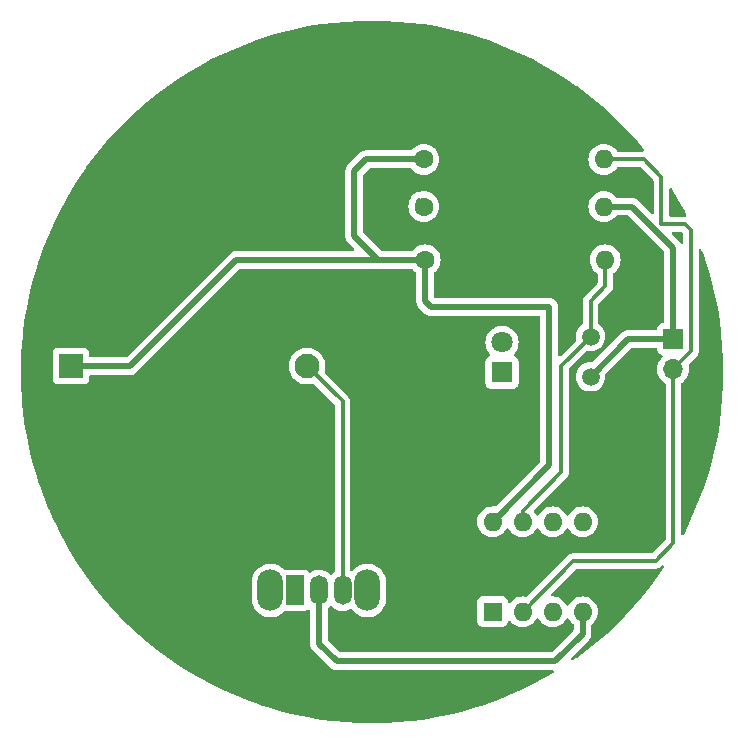
<source format=gbr>
%TF.GenerationSoftware,KiCad,Pcbnew,8.0.4*%
%TF.CreationDate,2024-07-31T01:51:00-07:00*%
%TF.ProjectId,digital,64696769-7461-46c2-9e6b-696361645f70,rev?*%
%TF.SameCoordinates,Original*%
%TF.FileFunction,Copper,L1,Top*%
%TF.FilePolarity,Positive*%
%FSLAX46Y46*%
G04 Gerber Fmt 4.6, Leading zero omitted, Abs format (unit mm)*
G04 Created by KiCad (PCBNEW 8.0.4) date 2024-07-31 01:51:00*
%MOMM*%
%LPD*%
G01*
G04 APERTURE LIST*
%TA.AperFunction,ComponentPad*%
%ADD10C,1.500000*%
%TD*%
%TA.AperFunction,ComponentPad*%
%ADD11R,1.800000X1.800000*%
%TD*%
%TA.AperFunction,ComponentPad*%
%ADD12C,1.800000*%
%TD*%
%TA.AperFunction,ComponentPad*%
%ADD13C,1.600000*%
%TD*%
%TA.AperFunction,ComponentPad*%
%ADD14O,1.600000X1.600000*%
%TD*%
%TA.AperFunction,ComponentPad*%
%ADD15R,2.100000X2.100000*%
%TD*%
%TA.AperFunction,ComponentPad*%
%ADD16C,2.100000*%
%TD*%
%TA.AperFunction,ComponentPad*%
%ADD17R,1.600000X1.600000*%
%TD*%
%TA.AperFunction,ComponentPad*%
%ADD18O,2.200000X3.500000*%
%TD*%
%TA.AperFunction,ComponentPad*%
%ADD19R,1.500000X2.500000*%
%TD*%
%TA.AperFunction,ComponentPad*%
%ADD20O,1.500000X2.500000*%
%TD*%
%TA.AperFunction,ComponentPad*%
%ADD21R,1.700000X1.700000*%
%TD*%
%TA.AperFunction,ComponentPad*%
%ADD22O,1.700000X1.700000*%
%TD*%
%TA.AperFunction,Conductor*%
%ADD23C,0.500000*%
%TD*%
%TA.AperFunction,Conductor*%
%ADD24C,0.300000*%
%TD*%
G04 APERTURE END LIST*
D10*
%TO.P,R3,1*%
%TO.N,/LDR*%
X163000000Y-102000000D03*
%TO.P,R3,2*%
%TO.N,GND*%
X163000000Y-105400000D03*
%TD*%
D11*
%TO.P,D1,1,K*%
%TO.N,Net-(D1-K)*%
X155500000Y-105040000D03*
D12*
%TO.P,D1,2,A*%
%TO.N,/LED*%
X155500000Y-102500000D03*
%TD*%
D13*
%TO.P,R2,1*%
%TO.N,Net-(D1-K)*%
X148880000Y-91000000D03*
D14*
%TO.P,R2,2*%
%TO.N,GND*%
X164120000Y-91000000D03*
%TD*%
D15*
%TO.P,BT1,1,+*%
%TO.N,+3.3V*%
X119000000Y-104500000D03*
D16*
%TO.P,BT1,2,-*%
%TO.N,Net-(BT1--)*%
X139000000Y-104500000D03*
%TD*%
D13*
%TO.P,R4,1*%
%TO.N,+3.3V*%
X148880000Y-87000000D03*
D14*
%TO.P,R4,2*%
%TO.N,/MIC*%
X164120000Y-87000000D03*
%TD*%
D17*
%TO.P,U1,1,~{RESET}/PB5*%
%TO.N,unconnected-(U1-~{RESET}{slash}PB5-Pad1)*%
X154700000Y-125300000D03*
D14*
%TO.P,U1,2,XTAL1/PB3*%
%TO.N,/MIC*%
X157240000Y-125300000D03*
%TO.P,U1,3,XTAL2/PB4*%
%TO.N,unconnected-(U1-XTAL2{slash}PB4-Pad3)*%
X159780000Y-125300000D03*
%TO.P,U1,4,GND*%
%TO.N,GND*%
X162320000Y-125300000D03*
%TO.P,U1,5,AREF/PB0*%
%TO.N,unconnected-(U1-AREF{slash}PB0-Pad5)*%
X162320000Y-117680000D03*
%TO.P,U1,6,PB1*%
%TO.N,/LED*%
X159780000Y-117680000D03*
%TO.P,U1,7,PB2*%
%TO.N,/LDR*%
X157240000Y-117680000D03*
%TO.P,U1,8,VCC*%
%TO.N,+3.3V*%
X154700000Y-117680000D03*
%TD*%
D18*
%TO.P,SW2,*%
%TO.N,*%
X135900000Y-123500000D03*
X144100000Y-123500000D03*
D19*
%TO.P,SW2,1,A*%
%TO.N,unconnected-(SW2-A-Pad1)*%
X138000000Y-123500000D03*
D20*
%TO.P,SW2,2,B*%
%TO.N,GND*%
X140000000Y-123500000D03*
%TO.P,SW2,3,C*%
%TO.N,Net-(BT1--)*%
X142000000Y-123500000D03*
%TD*%
D21*
%TO.P,MK1,1,-*%
%TO.N,GND*%
X170000000Y-102225000D03*
D22*
%TO.P,MK1,2,+*%
%TO.N,/MIC*%
X170000000Y-104765000D03*
%TD*%
D13*
%TO.P,R1,1*%
%TO.N,+3.3V*%
X149000000Y-95500000D03*
D14*
%TO.P,R1,2*%
%TO.N,/LDR*%
X164240000Y-95500000D03*
%TD*%
D23*
%TO.N,GND*%
X162320000Y-127180000D02*
X162320000Y-125300000D01*
X160000000Y-129500000D02*
X162320000Y-127180000D01*
X141500000Y-129500000D02*
X160000000Y-129500000D01*
X140000000Y-123500000D02*
X140000000Y-128000000D01*
X140000000Y-128000000D02*
X141500000Y-129500000D01*
D24*
%TO.N,Net-(BT1--)*%
X142000000Y-107500000D02*
X142000000Y-123500000D01*
X139000000Y-104500000D02*
X142000000Y-107500000D01*
%TO.N,/MIC*%
X170000000Y-119500000D02*
X168500000Y-121000000D01*
X168500000Y-121000000D02*
X161540000Y-121000000D01*
X161540000Y-121000000D02*
X157240000Y-125300000D01*
X170000000Y-104765000D02*
X170000000Y-119500000D01*
D23*
%TO.N,+3.3V*%
X159500000Y-112880000D02*
X154700000Y-117680000D01*
X159500000Y-99500000D02*
X159500000Y-112880000D01*
X149500000Y-99500000D02*
X159500000Y-99500000D01*
X149000000Y-95500000D02*
X149000000Y-99000000D01*
X149000000Y-99000000D02*
X149500000Y-99500000D01*
D24*
%TO.N,/LDR*%
X157240000Y-116760000D02*
X157240000Y-117680000D01*
X160500000Y-113500000D02*
X157240000Y-116760000D01*
X163000000Y-102000000D02*
X160500000Y-104500000D01*
X160500000Y-104500000D02*
X160500000Y-113500000D01*
X163000000Y-99000000D02*
X163000000Y-102000000D01*
X164240000Y-97760000D02*
X163000000Y-99000000D01*
X164240000Y-95500000D02*
X164240000Y-97760000D01*
D23*
%TO.N,GND*%
X166175000Y-102225000D02*
X163000000Y-105400000D01*
X170000000Y-102225000D02*
X166175000Y-102225000D01*
X170000000Y-94500000D02*
X170000000Y-102225000D01*
X166500000Y-91000000D02*
X170000000Y-94500000D01*
X164120000Y-91000000D02*
X166500000Y-91000000D01*
D24*
%TO.N,/MIC*%
X171500000Y-103265000D02*
X170000000Y-104765000D01*
X171500000Y-93000000D02*
X171500000Y-103265000D01*
X169000000Y-88500000D02*
X169000000Y-92500000D01*
X171000000Y-92500000D02*
X171500000Y-93000000D01*
X169000000Y-92500000D02*
X171000000Y-92500000D01*
X167500000Y-87000000D02*
X169000000Y-88500000D01*
X164120000Y-87000000D02*
X167500000Y-87000000D01*
D23*
%TO.N,+3.3V*%
X145000000Y-95500000D02*
X149000000Y-95500000D01*
X143000000Y-93500000D02*
X145000000Y-95500000D01*
X143000000Y-88000000D02*
X143000000Y-93500000D01*
X144000000Y-87000000D02*
X143000000Y-88000000D01*
X148880000Y-87000000D02*
X144000000Y-87000000D01*
X133000000Y-95500000D02*
X149000000Y-95500000D01*
X124000000Y-104500000D02*
X133000000Y-95500000D01*
X119000000Y-104500000D02*
X124000000Y-104500000D01*
%TO.N,Net-(D1-K)*%
X148500000Y-90500000D02*
X148500000Y-90550000D01*
%TD*%
%TA.AperFunction,NonConductor*%
G36*
X169855703Y-89451889D02*
G01*
X169879149Y-89479085D01*
X169892694Y-89500395D01*
X169895053Y-89504259D01*
X170441835Y-90438135D01*
X170444052Y-90442085D01*
X170956363Y-91395311D01*
X170958434Y-91399339D01*
X170981596Y-91446488D01*
X171082915Y-91652734D01*
X171091803Y-91670825D01*
X171103694Y-91739676D01*
X171076475Y-91804025D01*
X171018786Y-91843444D01*
X170980507Y-91849500D01*
X169774500Y-91849500D01*
X169707461Y-91829815D01*
X169661706Y-91777011D01*
X169650500Y-91725500D01*
X169650500Y-89545602D01*
X169670185Y-89478563D01*
X169722989Y-89432808D01*
X169792147Y-89422864D01*
X169855703Y-89451889D01*
G37*
%TD.AperFunction*%
%TA.AperFunction,NonConductor*%
G36*
X170746231Y-93170185D02*
G01*
X170766873Y-93186819D01*
X170813181Y-93233127D01*
X170846666Y-93294450D01*
X170849500Y-93320808D01*
X170849500Y-94011729D01*
X170829815Y-94078768D01*
X170777011Y-94124523D01*
X170707853Y-94134467D01*
X170644297Y-94105442D01*
X170622398Y-94080620D01*
X170582952Y-94021585D01*
X170539781Y-93978414D01*
X170478416Y-93917049D01*
X169923548Y-93362181D01*
X169890063Y-93300858D01*
X169895047Y-93231166D01*
X169936919Y-93175233D01*
X170002383Y-93150816D01*
X170011229Y-93150500D01*
X170679192Y-93150500D01*
X170746231Y-93170185D01*
G37*
%TD.AperFunction*%
%TA.AperFunction,NonConductor*%
G36*
X172355703Y-94610396D02*
G01*
X172391107Y-94661933D01*
X172483377Y-94917052D01*
X172655287Y-95392371D01*
X172656749Y-95396658D01*
X172987388Y-96427051D01*
X172988693Y-96431388D01*
X173281484Y-97473189D01*
X173282630Y-97477572D01*
X173537177Y-98529367D01*
X173538162Y-98533788D01*
X173754129Y-99594203D01*
X173754951Y-99598657D01*
X173932037Y-100666198D01*
X173932697Y-100670679D01*
X174070684Y-101744031D01*
X174071179Y-101748533D01*
X174169869Y-102826165D01*
X174170200Y-102830683D01*
X174229469Y-103911239D01*
X174229634Y-103915765D01*
X174249398Y-104997735D01*
X174249398Y-105002265D01*
X174229634Y-106084234D01*
X174229469Y-106088760D01*
X174170200Y-107169316D01*
X174169869Y-107173834D01*
X174071179Y-108251466D01*
X174070684Y-108255968D01*
X173932697Y-109329320D01*
X173932037Y-109333801D01*
X173754951Y-110401342D01*
X173754129Y-110405796D01*
X173538162Y-111466211D01*
X173537177Y-111470632D01*
X173282630Y-112522427D01*
X173281484Y-112526810D01*
X172988693Y-113568611D01*
X172987388Y-113572948D01*
X172656749Y-114603341D01*
X172655287Y-114607628D01*
X172287228Y-115625283D01*
X172285610Y-115629513D01*
X171880624Y-116633063D01*
X171878852Y-116637232D01*
X171437506Y-117625270D01*
X171435584Y-117629371D01*
X170958424Y-118600681D01*
X170956352Y-118604710D01*
X170883724Y-118739844D01*
X170834648Y-118789576D01*
X170766475Y-118804881D01*
X170700850Y-118780899D01*
X170658609Y-118725245D01*
X170650500Y-118681141D01*
X170650500Y-106022722D01*
X170670185Y-105955683D01*
X170703377Y-105921147D01*
X170834503Y-105829331D01*
X170871401Y-105803495D01*
X171038495Y-105636401D01*
X171174035Y-105442830D01*
X171273903Y-105228663D01*
X171335063Y-105000408D01*
X171355659Y-104765000D01*
X171335063Y-104529592D01*
X171315614Y-104457007D01*
X171317277Y-104387162D01*
X171347706Y-104337238D01*
X172005276Y-103679670D01*
X172067983Y-103585821D01*
X172076464Y-103573129D01*
X172082341Y-103558941D01*
X172125501Y-103454744D01*
X172129669Y-103433789D01*
X172150500Y-103329069D01*
X172150500Y-94704109D01*
X172170185Y-94637070D01*
X172222989Y-94591315D01*
X172292147Y-94581371D01*
X172355703Y-94610396D01*
G37*
%TD.AperFunction*%
%TA.AperFunction,NonConductor*%
G36*
X169159447Y-121363012D02*
G01*
X169215381Y-121404883D01*
X169239798Y-121470347D01*
X169224946Y-121538620D01*
X169218263Y-121549491D01*
X168696184Y-122308130D01*
X168693548Y-122311813D01*
X168047931Y-123180253D01*
X168045163Y-123183838D01*
X167368248Y-124028134D01*
X167365351Y-124031616D01*
X166658025Y-124850658D01*
X166655002Y-124854031D01*
X165918267Y-125646659D01*
X165915123Y-125649920D01*
X165149920Y-126415123D01*
X165146659Y-126418267D01*
X164354031Y-127155002D01*
X164350658Y-127158025D01*
X163531616Y-127865351D01*
X163528134Y-127868248D01*
X162683838Y-128545163D01*
X162680253Y-128547931D01*
X161811813Y-129193548D01*
X161808130Y-129196184D01*
X161503023Y-129406152D01*
X161436637Y-129427941D01*
X161369010Y-129410381D01*
X161321613Y-129359047D01*
X161309493Y-129290236D01*
X161336498Y-129225797D01*
X161345039Y-129216328D01*
X162902951Y-127658416D01*
X162985084Y-127535495D01*
X163041658Y-127398913D01*
X163054388Y-127334916D01*
X163070500Y-127253918D01*
X163070500Y-126426662D01*
X163090185Y-126359623D01*
X163123379Y-126325086D01*
X163159140Y-126300046D01*
X163320045Y-126139141D01*
X163320047Y-126139139D01*
X163450568Y-125952734D01*
X163546739Y-125746496D01*
X163605635Y-125526692D01*
X163625468Y-125300000D01*
X163623625Y-125278939D01*
X163616077Y-125192657D01*
X163605635Y-125073308D01*
X163546739Y-124853504D01*
X163450568Y-124647266D01*
X163320047Y-124460861D01*
X163320045Y-124460858D01*
X163159141Y-124299954D01*
X162972734Y-124169432D01*
X162972732Y-124169431D01*
X162766497Y-124073261D01*
X162766488Y-124073258D01*
X162546697Y-124014366D01*
X162546693Y-124014365D01*
X162546692Y-124014365D01*
X162546691Y-124014364D01*
X162546686Y-124014364D01*
X162320002Y-123994532D01*
X162319998Y-123994532D01*
X162093313Y-124014364D01*
X162093302Y-124014366D01*
X161873511Y-124073258D01*
X161873502Y-124073261D01*
X161667267Y-124169431D01*
X161667265Y-124169432D01*
X161480858Y-124299954D01*
X161319954Y-124460858D01*
X161189432Y-124647265D01*
X161189431Y-124647267D01*
X161162382Y-124705275D01*
X161116209Y-124757714D01*
X161049016Y-124776866D01*
X160982135Y-124756650D01*
X160937618Y-124705275D01*
X160910568Y-124647267D01*
X160910567Y-124647265D01*
X160780045Y-124460858D01*
X160619141Y-124299954D01*
X160432734Y-124169432D01*
X160432732Y-124169431D01*
X160226497Y-124073261D01*
X160226488Y-124073258D01*
X160006697Y-124014366D01*
X160006693Y-124014365D01*
X160006692Y-124014365D01*
X160006691Y-124014364D01*
X160006686Y-124014364D01*
X159780002Y-123994532D01*
X159779999Y-123994532D01*
X159774634Y-123995001D01*
X159706134Y-123981230D01*
X159655955Y-123932611D01*
X159640026Y-123864582D01*
X159663405Y-123798740D01*
X159676146Y-123783798D01*
X161773127Y-121686819D01*
X161834450Y-121653334D01*
X161860808Y-121650500D01*
X168564071Y-121650500D01*
X168671143Y-121629201D01*
X168689744Y-121625501D01*
X168808127Y-121576465D01*
X168914669Y-121505277D01*
X169028433Y-121391511D01*
X169089755Y-121358028D01*
X169159447Y-121363012D01*
G37*
%TD.AperFunction*%
%TA.AperFunction,NonConductor*%
G36*
X145584257Y-75270365D02*
G01*
X145588737Y-75270529D01*
X146669335Y-75329800D01*
X146673815Y-75330128D01*
X147751492Y-75428822D01*
X147755943Y-75429312D01*
X148691116Y-75549535D01*
X148829320Y-75567302D01*
X148833801Y-75567962D01*
X148871545Y-75574223D01*
X149901356Y-75745050D01*
X149905782Y-75745867D01*
X150966257Y-75961847D01*
X150970586Y-75962811D01*
X152022468Y-76217379D01*
X152026769Y-76218504D01*
X153068633Y-76511312D01*
X153072926Y-76512604D01*
X154103374Y-76843261D01*
X154107595Y-76844701D01*
X155125305Y-77212779D01*
X155129511Y-77214388D01*
X156133081Y-77619382D01*
X156137195Y-77621131D01*
X157125285Y-78062500D01*
X157129356Y-78064408D01*
X157545855Y-78269015D01*
X158100659Y-78541565D01*
X158104688Y-78543636D01*
X159057914Y-79055947D01*
X159061864Y-79058164D01*
X159995755Y-79604955D01*
X159999592Y-79607297D01*
X160912859Y-80187810D01*
X160916637Y-80190309D01*
X161808130Y-80803815D01*
X161811813Y-80806451D01*
X162680253Y-81452068D01*
X162683838Y-81454836D01*
X163528134Y-82131751D01*
X163531616Y-82134648D01*
X164350658Y-82841974D01*
X164354031Y-82844997D01*
X165146659Y-83581732D01*
X165149920Y-83584876D01*
X165915123Y-84350079D01*
X165918267Y-84353340D01*
X166655002Y-85145968D01*
X166658025Y-85149341D01*
X167365351Y-85968383D01*
X167368234Y-85971848D01*
X167509414Y-86147936D01*
X167535990Y-86212552D01*
X167523413Y-86281280D01*
X167475676Y-86332299D01*
X167412668Y-86349500D01*
X165316683Y-86349500D01*
X165249644Y-86329815D01*
X165215108Y-86296623D01*
X165120045Y-86160858D01*
X164959141Y-85999954D01*
X164772734Y-85869432D01*
X164772732Y-85869431D01*
X164566497Y-85773261D01*
X164566488Y-85773258D01*
X164346697Y-85714366D01*
X164346693Y-85714365D01*
X164346692Y-85714365D01*
X164346691Y-85714364D01*
X164346686Y-85714364D01*
X164120002Y-85694532D01*
X164119998Y-85694532D01*
X163893313Y-85714364D01*
X163893302Y-85714366D01*
X163673511Y-85773258D01*
X163673502Y-85773261D01*
X163467267Y-85869431D01*
X163467265Y-85869432D01*
X163280858Y-85999954D01*
X163119954Y-86160858D01*
X162989432Y-86347265D01*
X162989431Y-86347267D01*
X162893261Y-86553502D01*
X162893258Y-86553511D01*
X162834366Y-86773302D01*
X162834364Y-86773313D01*
X162814532Y-86999998D01*
X162814532Y-87000001D01*
X162834364Y-87226686D01*
X162834366Y-87226697D01*
X162893258Y-87446488D01*
X162893261Y-87446497D01*
X162989431Y-87652732D01*
X162989432Y-87652734D01*
X163119954Y-87839141D01*
X163280858Y-88000045D01*
X163280861Y-88000047D01*
X163467266Y-88130568D01*
X163673504Y-88226739D01*
X163893308Y-88285635D01*
X164055230Y-88299801D01*
X164119998Y-88305468D01*
X164120000Y-88305468D01*
X164120002Y-88305468D01*
X164176673Y-88300509D01*
X164346692Y-88285635D01*
X164566496Y-88226739D01*
X164772734Y-88130568D01*
X164959139Y-88000047D01*
X165120047Y-87839139D01*
X165215108Y-87703377D01*
X165269685Y-87659752D01*
X165316683Y-87650500D01*
X167179192Y-87650500D01*
X167246231Y-87670185D01*
X167266873Y-87686819D01*
X168313181Y-88733127D01*
X168346666Y-88794450D01*
X168349500Y-88820808D01*
X168349500Y-91488769D01*
X168329815Y-91555808D01*
X168277011Y-91601563D01*
X168207853Y-91611507D01*
X168144297Y-91582482D01*
X168137819Y-91576450D01*
X166978420Y-90417051D01*
X166874828Y-90347834D01*
X166874828Y-90347833D01*
X166855495Y-90334916D01*
X166855490Y-90334913D01*
X166718917Y-90278343D01*
X166718907Y-90278340D01*
X166573920Y-90249500D01*
X166573918Y-90249500D01*
X165246663Y-90249500D01*
X165179624Y-90229815D01*
X165145088Y-90196623D01*
X165120045Y-90160858D01*
X164959141Y-89999954D01*
X164772734Y-89869432D01*
X164772732Y-89869431D01*
X164566497Y-89773261D01*
X164566488Y-89773258D01*
X164346697Y-89714366D01*
X164346693Y-89714365D01*
X164346692Y-89714365D01*
X164346691Y-89714364D01*
X164346686Y-89714364D01*
X164120002Y-89694532D01*
X164119998Y-89694532D01*
X163893313Y-89714364D01*
X163893302Y-89714366D01*
X163673511Y-89773258D01*
X163673502Y-89773261D01*
X163467267Y-89869431D01*
X163467265Y-89869432D01*
X163280858Y-89999954D01*
X163119954Y-90160858D01*
X162989432Y-90347265D01*
X162989431Y-90347267D01*
X162893261Y-90553502D01*
X162893258Y-90553511D01*
X162834366Y-90773302D01*
X162834364Y-90773313D01*
X162814532Y-90999998D01*
X162814532Y-91000001D01*
X162834364Y-91226686D01*
X162834366Y-91226697D01*
X162893258Y-91446488D01*
X162893261Y-91446497D01*
X162989431Y-91652732D01*
X162989432Y-91652734D01*
X163119954Y-91839141D01*
X163280858Y-92000045D01*
X163280861Y-92000047D01*
X163467266Y-92130568D01*
X163673504Y-92226739D01*
X163893308Y-92285635D01*
X164055230Y-92299801D01*
X164119998Y-92305468D01*
X164120000Y-92305468D01*
X164120002Y-92305468D01*
X164176673Y-92300509D01*
X164346692Y-92285635D01*
X164566496Y-92226739D01*
X164772734Y-92130568D01*
X164959139Y-92000047D01*
X165120047Y-91839139D01*
X165145088Y-91803377D01*
X165199665Y-91759752D01*
X165246663Y-91750500D01*
X166137770Y-91750500D01*
X166204809Y-91770185D01*
X166225451Y-91786819D01*
X169213181Y-94774548D01*
X169246666Y-94835871D01*
X169249500Y-94862229D01*
X169249500Y-100750500D01*
X169229815Y-100817539D01*
X169177011Y-100863294D01*
X169125505Y-100874500D01*
X169102132Y-100874500D01*
X169102123Y-100874501D01*
X169042516Y-100880908D01*
X168907671Y-100931202D01*
X168907664Y-100931206D01*
X168792455Y-101017452D01*
X168792452Y-101017455D01*
X168706206Y-101132664D01*
X168706202Y-101132671D01*
X168655908Y-101267517D01*
X168649501Y-101327116D01*
X168649500Y-101327135D01*
X168649500Y-101350500D01*
X168629815Y-101417539D01*
X168577011Y-101463294D01*
X168525500Y-101474500D01*
X166101080Y-101474500D01*
X165956092Y-101503340D01*
X165956082Y-101503343D01*
X165819509Y-101559913D01*
X165781469Y-101585331D01*
X165696582Y-101642049D01*
X165696581Y-101642050D01*
X163219195Y-104119435D01*
X163157872Y-104152920D01*
X163120708Y-104155282D01*
X163000004Y-104144723D01*
X162999998Y-104144723D01*
X162854682Y-104157436D01*
X162782023Y-104163793D01*
X162782020Y-104163793D01*
X162570677Y-104220422D01*
X162570668Y-104220426D01*
X162372361Y-104312898D01*
X162372357Y-104312900D01*
X162193121Y-104438402D01*
X162038402Y-104593121D01*
X161912900Y-104772357D01*
X161912898Y-104772361D01*
X161820426Y-104970668D01*
X161820422Y-104970677D01*
X161763793Y-105182020D01*
X161763793Y-105182023D01*
X161744723Y-105400000D01*
X161762034Y-105597876D01*
X161763793Y-105617975D01*
X161763793Y-105617979D01*
X161820422Y-105829322D01*
X161820424Y-105829326D01*
X161820425Y-105829330D01*
X161846747Y-105885777D01*
X161912897Y-106027638D01*
X161924418Y-106044091D01*
X162038402Y-106206877D01*
X162193123Y-106361598D01*
X162372361Y-106487102D01*
X162570670Y-106579575D01*
X162782023Y-106636207D01*
X162964926Y-106652208D01*
X162999998Y-106655277D01*
X163000000Y-106655277D01*
X163000002Y-106655277D01*
X163028254Y-106652805D01*
X163217977Y-106636207D01*
X163429330Y-106579575D01*
X163627639Y-106487102D01*
X163806877Y-106361598D01*
X163961598Y-106206877D01*
X164087102Y-106027639D01*
X164179575Y-105829330D01*
X164236207Y-105617977D01*
X164255277Y-105400000D01*
X164244716Y-105279290D01*
X164258482Y-105210792D01*
X164280560Y-105180806D01*
X166449549Y-103011819D01*
X166510872Y-102978334D01*
X166537230Y-102975500D01*
X168525501Y-102975500D01*
X168592540Y-102995185D01*
X168638295Y-103047989D01*
X168649501Y-103099500D01*
X168649501Y-103122876D01*
X168655908Y-103182483D01*
X168706202Y-103317328D01*
X168706206Y-103317335D01*
X168792452Y-103432544D01*
X168792455Y-103432547D01*
X168907664Y-103518793D01*
X168907671Y-103518797D01*
X169039081Y-103567810D01*
X169095015Y-103609681D01*
X169119432Y-103675145D01*
X169104580Y-103743418D01*
X169083430Y-103771673D01*
X168961503Y-103893600D01*
X168825965Y-104087169D01*
X168825964Y-104087171D01*
X168726098Y-104301335D01*
X168726094Y-104301344D01*
X168664938Y-104529586D01*
X168664936Y-104529596D01*
X168644341Y-104764999D01*
X168644341Y-104765000D01*
X168664936Y-105000403D01*
X168664938Y-105000413D01*
X168726094Y-105228655D01*
X168726096Y-105228659D01*
X168726097Y-105228663D01*
X168794102Y-105374500D01*
X168825965Y-105442830D01*
X168825967Y-105442834D01*
X168961501Y-105636395D01*
X168961506Y-105636402D01*
X169128597Y-105803493D01*
X169128603Y-105803498D01*
X169296623Y-105921147D01*
X169340248Y-105975724D01*
X169349500Y-106022722D01*
X169349500Y-119179192D01*
X169329815Y-119246231D01*
X169313181Y-119266873D01*
X168266873Y-120313181D01*
X168205550Y-120346666D01*
X168179192Y-120349500D01*
X161475929Y-120349500D01*
X161350261Y-120374497D01*
X161350255Y-120374499D01*
X161231870Y-120423535D01*
X161125331Y-120494722D01*
X161125324Y-120494728D01*
X157626937Y-123993115D01*
X157565614Y-124026600D01*
X157507163Y-124025209D01*
X157466697Y-124014366D01*
X157466693Y-124014365D01*
X157466692Y-124014365D01*
X157466691Y-124014364D01*
X157466686Y-124014364D01*
X157240002Y-123994532D01*
X157239998Y-123994532D01*
X157013313Y-124014364D01*
X157013302Y-124014366D01*
X156793511Y-124073258D01*
X156793502Y-124073261D01*
X156587267Y-124169431D01*
X156587265Y-124169432D01*
X156400858Y-124299954D01*
X156239954Y-124460858D01*
X156222725Y-124485464D01*
X156168147Y-124529088D01*
X156098648Y-124536280D01*
X156036294Y-124504757D01*
X156000882Y-124444526D01*
X155997861Y-124427591D01*
X155994091Y-124392516D01*
X155943797Y-124257671D01*
X155943793Y-124257664D01*
X155857547Y-124142455D01*
X155857544Y-124142452D01*
X155742335Y-124056206D01*
X155742328Y-124056202D01*
X155607482Y-124005908D01*
X155607483Y-124005908D01*
X155547883Y-123999501D01*
X155547881Y-123999500D01*
X155547873Y-123999500D01*
X155547864Y-123999500D01*
X153852129Y-123999500D01*
X153852123Y-123999501D01*
X153792516Y-124005908D01*
X153657671Y-124056202D01*
X153657664Y-124056206D01*
X153542455Y-124142452D01*
X153542452Y-124142455D01*
X153456206Y-124257664D01*
X153456202Y-124257671D01*
X153405908Y-124392517D01*
X153399501Y-124452116D01*
X153399500Y-124452135D01*
X153399500Y-126147870D01*
X153399501Y-126147876D01*
X153405908Y-126207483D01*
X153456202Y-126342328D01*
X153456206Y-126342335D01*
X153542452Y-126457544D01*
X153542455Y-126457547D01*
X153657664Y-126543793D01*
X153657671Y-126543797D01*
X153792517Y-126594091D01*
X153792516Y-126594091D01*
X153799444Y-126594835D01*
X153852127Y-126600500D01*
X155547872Y-126600499D01*
X155607483Y-126594091D01*
X155742331Y-126543796D01*
X155857546Y-126457546D01*
X155943796Y-126342331D01*
X155994091Y-126207483D01*
X155997862Y-126172401D01*
X156024599Y-126107855D01*
X156081990Y-126068006D01*
X156151816Y-126065511D01*
X156211905Y-126101163D01*
X156222726Y-126114536D01*
X156239956Y-126139143D01*
X156400858Y-126300045D01*
X156400861Y-126300047D01*
X156587266Y-126430568D01*
X156793504Y-126526739D01*
X157013308Y-126585635D01*
X157175230Y-126599801D01*
X157239998Y-126605468D01*
X157240000Y-126605468D01*
X157240002Y-126605468D01*
X157296807Y-126600498D01*
X157466692Y-126585635D01*
X157686496Y-126526739D01*
X157892734Y-126430568D01*
X158079139Y-126300047D01*
X158240047Y-126139139D01*
X158370568Y-125952734D01*
X158397618Y-125894724D01*
X158443790Y-125842285D01*
X158510983Y-125823133D01*
X158577865Y-125843348D01*
X158622382Y-125894725D01*
X158649429Y-125952728D01*
X158649432Y-125952734D01*
X158779954Y-126139141D01*
X158940858Y-126300045D01*
X158940861Y-126300047D01*
X159127266Y-126430568D01*
X159333504Y-126526739D01*
X159553308Y-126585635D01*
X159715230Y-126599801D01*
X159779998Y-126605468D01*
X159780000Y-126605468D01*
X159780002Y-126605468D01*
X159836807Y-126600498D01*
X160006692Y-126585635D01*
X160226496Y-126526739D01*
X160432734Y-126430568D01*
X160619139Y-126300047D01*
X160780047Y-126139139D01*
X160910568Y-125952734D01*
X160937618Y-125894724D01*
X160983790Y-125842285D01*
X161050983Y-125823133D01*
X161117865Y-125843348D01*
X161162382Y-125894725D01*
X161189429Y-125952728D01*
X161189432Y-125952734D01*
X161319954Y-126139141D01*
X161480859Y-126300046D01*
X161516621Y-126325086D01*
X161560247Y-126379662D01*
X161569500Y-126426662D01*
X161569500Y-126817770D01*
X161549815Y-126884809D01*
X161533181Y-126905451D01*
X159725451Y-128713181D01*
X159664128Y-128746666D01*
X159637770Y-128749500D01*
X141862229Y-128749500D01*
X141795190Y-128729815D01*
X141774548Y-128713181D01*
X140786819Y-127725451D01*
X140753334Y-127664128D01*
X140750500Y-127637770D01*
X140750500Y-125063613D01*
X140770185Y-124996574D01*
X140801613Y-124963296D01*
X140814646Y-124953828D01*
X140912319Y-124856155D01*
X140973642Y-124822670D01*
X141043334Y-124827654D01*
X141087681Y-124856155D01*
X141185354Y-124953828D01*
X141344595Y-125069524D01*
X141414704Y-125105246D01*
X141519970Y-125158882D01*
X141519972Y-125158882D01*
X141519975Y-125158884D01*
X141620317Y-125191487D01*
X141707173Y-125219709D01*
X141901578Y-125250500D01*
X141901583Y-125250500D01*
X142098422Y-125250500D01*
X142292826Y-125219709D01*
X142372574Y-125193797D01*
X142480025Y-125158884D01*
X142655405Y-125069524D01*
X142655409Y-125069520D01*
X142659087Y-125067647D01*
X142727756Y-125054751D01*
X142792497Y-125081027D01*
X142815699Y-125105245D01*
X142879207Y-125192656D01*
X142879209Y-125192658D01*
X143057345Y-125370794D01*
X143057350Y-125370798D01*
X143235117Y-125499952D01*
X143261155Y-125518870D01*
X143391025Y-125585042D01*
X143485616Y-125633239D01*
X143485618Y-125633239D01*
X143485621Y-125633241D01*
X143725215Y-125711090D01*
X143974038Y-125750500D01*
X143974039Y-125750500D01*
X144225961Y-125750500D01*
X144225962Y-125750500D01*
X144474785Y-125711090D01*
X144714379Y-125633241D01*
X144938845Y-125518870D01*
X145142656Y-125370793D01*
X145320793Y-125192656D01*
X145468870Y-124988845D01*
X145583241Y-124764379D01*
X145661090Y-124524785D01*
X145700500Y-124275962D01*
X145700500Y-122724038D01*
X145661090Y-122475215D01*
X145583241Y-122235621D01*
X145583239Y-122235618D01*
X145583239Y-122235616D01*
X145536479Y-122143845D01*
X145468870Y-122011155D01*
X145446426Y-121980263D01*
X145320798Y-121807350D01*
X145320794Y-121807345D01*
X145142654Y-121629205D01*
X145142649Y-121629201D01*
X144938848Y-121481132D01*
X144938847Y-121481131D01*
X144938845Y-121481130D01*
X144868747Y-121445413D01*
X144714383Y-121366760D01*
X144474785Y-121288910D01*
X144225962Y-121249500D01*
X143974038Y-121249500D01*
X143849626Y-121269205D01*
X143725214Y-121288910D01*
X143485616Y-121366760D01*
X143261151Y-121481132D01*
X143057350Y-121629201D01*
X143057345Y-121629205D01*
X142879206Y-121807344D01*
X142874815Y-121813389D01*
X142819483Y-121856052D01*
X142749870Y-121862028D01*
X142688076Y-121829420D01*
X142653721Y-121768579D01*
X142650500Y-121740499D01*
X142650500Y-107435928D01*
X142625502Y-107310261D01*
X142625501Y-107310260D01*
X142625501Y-107310256D01*
X142576465Y-107191873D01*
X142562899Y-107171570D01*
X142505277Y-107085331D01*
X142505275Y-107085329D01*
X142505273Y-107085326D01*
X142505272Y-107085325D01*
X140513056Y-105093110D01*
X140479571Y-105031787D01*
X140480162Y-104976484D01*
X140536146Y-104743302D01*
X140555294Y-104500000D01*
X140536146Y-104256698D01*
X140479172Y-104019388D01*
X140479169Y-104019380D01*
X140385777Y-103793910D01*
X140258262Y-103585826D01*
X140258261Y-103585823D01*
X140213925Y-103533913D01*
X140099759Y-103400241D01*
X139930028Y-103255277D01*
X139914176Y-103241738D01*
X139914173Y-103241737D01*
X139706089Y-103114222D01*
X139480618Y-103020830D01*
X139480621Y-103020830D01*
X139373803Y-102995185D01*
X139243302Y-102963854D01*
X139243300Y-102963853D01*
X139243297Y-102963853D01*
X139000000Y-102944706D01*
X138756702Y-102963853D01*
X138756698Y-102963854D01*
X138580301Y-103006204D01*
X138519380Y-103020830D01*
X138293910Y-103114222D01*
X138085826Y-103241737D01*
X138085823Y-103241738D01*
X137900241Y-103400241D01*
X137741738Y-103585823D01*
X137741737Y-103585826D01*
X137614222Y-103793910D01*
X137520830Y-104019380D01*
X137520828Y-104019387D01*
X137520828Y-104019388D01*
X137503367Y-104092116D01*
X137463853Y-104256702D01*
X137444706Y-104500000D01*
X137463853Y-104743297D01*
X137463853Y-104743300D01*
X137463854Y-104743302D01*
X137519836Y-104976481D01*
X137520830Y-104980619D01*
X137614222Y-105206089D01*
X137741737Y-105414173D01*
X137741738Y-105414176D01*
X137795449Y-105477063D01*
X137900241Y-105599759D01*
X138043897Y-105722453D01*
X138085823Y-105758261D01*
X138085826Y-105758262D01*
X138293910Y-105885777D01*
X138519381Y-105979169D01*
X138519378Y-105979169D01*
X138519384Y-105979170D01*
X138519388Y-105979172D01*
X138756698Y-106036146D01*
X139000000Y-106055294D01*
X139243302Y-106036146D01*
X139476483Y-105980163D01*
X139546264Y-105983654D01*
X139593110Y-106013056D01*
X141313181Y-107733127D01*
X141346666Y-107794450D01*
X141349500Y-107820808D01*
X141349500Y-121863731D01*
X141329815Y-121930770D01*
X141298386Y-121964049D01*
X141185352Y-122046173D01*
X141185351Y-122046174D01*
X141087681Y-122143845D01*
X141026358Y-122177330D01*
X140956666Y-122172346D01*
X140912319Y-122143845D01*
X140814648Y-122046174D01*
X140814647Y-122046173D01*
X140814646Y-122046172D01*
X140655405Y-121930476D01*
X140650498Y-121927976D01*
X140480029Y-121841117D01*
X140292826Y-121780290D01*
X140098422Y-121749500D01*
X140098417Y-121749500D01*
X139901583Y-121749500D01*
X139901578Y-121749500D01*
X139707173Y-121780290D01*
X139519970Y-121841117D01*
X139344595Y-121930475D01*
X139308385Y-121956784D01*
X139242578Y-121980263D01*
X139174524Y-121964437D01*
X139136235Y-121930778D01*
X139107546Y-121892454D01*
X139107544Y-121892452D01*
X139107543Y-121892451D01*
X138992335Y-121806206D01*
X138992328Y-121806202D01*
X138857482Y-121755908D01*
X138857483Y-121755908D01*
X138797883Y-121749501D01*
X138797881Y-121749500D01*
X138797873Y-121749500D01*
X138797864Y-121749500D01*
X137202129Y-121749500D01*
X137202123Y-121749501D01*
X137135443Y-121756669D01*
X137066683Y-121744262D01*
X137034509Y-121721060D01*
X136942654Y-121629205D01*
X136942649Y-121629201D01*
X136738848Y-121481132D01*
X136738847Y-121481131D01*
X136738845Y-121481130D01*
X136668747Y-121445413D01*
X136514383Y-121366760D01*
X136274785Y-121288910D01*
X136025962Y-121249500D01*
X135774038Y-121249500D01*
X135649626Y-121269205D01*
X135525214Y-121288910D01*
X135285616Y-121366760D01*
X135061151Y-121481132D01*
X134857350Y-121629201D01*
X134857345Y-121629205D01*
X134679205Y-121807345D01*
X134679201Y-121807350D01*
X134531132Y-122011151D01*
X134416760Y-122235616D01*
X134354164Y-122428268D01*
X134338910Y-122475215D01*
X134299500Y-122724038D01*
X134299500Y-124275962D01*
X134317961Y-124392517D01*
X134338910Y-124524785D01*
X134416760Y-124764383D01*
X134495413Y-124918747D01*
X134513286Y-124953825D01*
X134531132Y-124988848D01*
X134679201Y-125192649D01*
X134679205Y-125192654D01*
X134857345Y-125370794D01*
X134857350Y-125370798D01*
X135035117Y-125499952D01*
X135061155Y-125518870D01*
X135191025Y-125585042D01*
X135285616Y-125633239D01*
X135285618Y-125633239D01*
X135285621Y-125633241D01*
X135525215Y-125711090D01*
X135774038Y-125750500D01*
X135774039Y-125750500D01*
X136025961Y-125750500D01*
X136025962Y-125750500D01*
X136274785Y-125711090D01*
X136514379Y-125633241D01*
X136738845Y-125518870D01*
X136942656Y-125370793D01*
X137034511Y-125278937D01*
X137095831Y-125245454D01*
X137135445Y-125243330D01*
X137142514Y-125244089D01*
X137142517Y-125244091D01*
X137202127Y-125250500D01*
X138797872Y-125250499D01*
X138857483Y-125244091D01*
X138992331Y-125193796D01*
X139051189Y-125149734D01*
X139116652Y-125125317D01*
X139184925Y-125140168D01*
X139234331Y-125189573D01*
X139249500Y-125249001D01*
X139249500Y-128073918D01*
X139249500Y-128073920D01*
X139249499Y-128073920D01*
X139278340Y-128218907D01*
X139278343Y-128218917D01*
X139334914Y-128355492D01*
X139367812Y-128404727D01*
X139367813Y-128404730D01*
X139417046Y-128478414D01*
X139417052Y-128478421D01*
X141021580Y-130082948D01*
X141021584Y-130082951D01*
X141144498Y-130165080D01*
X141144511Y-130165087D01*
X141281082Y-130221656D01*
X141281087Y-130221658D01*
X141281091Y-130221658D01*
X141281092Y-130221659D01*
X141426079Y-130250500D01*
X159785427Y-130250500D01*
X159852466Y-130270185D01*
X159898221Y-130322989D01*
X159908165Y-130392147D01*
X159879140Y-130455703D01*
X159848080Y-130481508D01*
X159061864Y-130941835D01*
X159057914Y-130944052D01*
X158104688Y-131456363D01*
X158100659Y-131458434D01*
X157129371Y-131935584D01*
X157125270Y-131937506D01*
X156137232Y-132378852D01*
X156133063Y-132380624D01*
X155129513Y-132785610D01*
X155125283Y-132787228D01*
X154107628Y-133155287D01*
X154103341Y-133156749D01*
X153072948Y-133487388D01*
X153068611Y-133488693D01*
X152026810Y-133781484D01*
X152022427Y-133782630D01*
X150970632Y-134037177D01*
X150966211Y-134038162D01*
X149905796Y-134254129D01*
X149901342Y-134254951D01*
X148833801Y-134432037D01*
X148829320Y-134432697D01*
X147755968Y-134570684D01*
X147751466Y-134571179D01*
X146673834Y-134669869D01*
X146669316Y-134670200D01*
X145588760Y-134729469D01*
X145584234Y-134729634D01*
X144502265Y-134749398D01*
X144497735Y-134749398D01*
X143415765Y-134729634D01*
X143411239Y-134729469D01*
X142330683Y-134670200D01*
X142326165Y-134669869D01*
X141248533Y-134571179D01*
X141244031Y-134570684D01*
X140170679Y-134432697D01*
X140166198Y-134432037D01*
X139098657Y-134254951D01*
X139094203Y-134254129D01*
X138033788Y-134038162D01*
X138029367Y-134037177D01*
X136977572Y-133782630D01*
X136973189Y-133781484D01*
X135931388Y-133488693D01*
X135927051Y-133487388D01*
X134896658Y-133156749D01*
X134892371Y-133155287D01*
X133874716Y-132787228D01*
X133870486Y-132785610D01*
X132866936Y-132380624D01*
X132862778Y-132378856D01*
X131874729Y-131937506D01*
X131870628Y-131935584D01*
X130899340Y-131458434D01*
X130895311Y-131456363D01*
X129942085Y-130944052D01*
X129938135Y-130941835D01*
X129004259Y-130395053D01*
X129000393Y-130392693D01*
X128087140Y-129812189D01*
X128083362Y-129809690D01*
X127191869Y-129196184D01*
X127188186Y-129193548D01*
X126319746Y-128547931D01*
X126316161Y-128545163D01*
X125471865Y-127868248D01*
X125468383Y-127865351D01*
X124760381Y-127253919D01*
X124649336Y-127158020D01*
X124645968Y-127155002D01*
X123853340Y-126418267D01*
X123850079Y-126415123D01*
X123084876Y-125649920D01*
X123081732Y-125646659D01*
X122712115Y-125249001D01*
X122344990Y-124854023D01*
X122341974Y-124850658D01*
X122267463Y-124764379D01*
X121655882Y-124056204D01*
X121634648Y-124031616D01*
X121631751Y-124028134D01*
X120954836Y-123183838D01*
X120952068Y-123180253D01*
X120306451Y-122311813D01*
X120303815Y-122308130D01*
X119958402Y-121806206D01*
X119690302Y-121416627D01*
X119687810Y-121412859D01*
X119674242Y-121391513D01*
X119107297Y-120499592D01*
X119104946Y-120495740D01*
X119104353Y-120494728D01*
X118734994Y-119863881D01*
X118558164Y-119561864D01*
X118555947Y-119557914D01*
X118043636Y-118604688D01*
X118041565Y-118600659D01*
X117700650Y-117906692D01*
X117564408Y-117629356D01*
X117562493Y-117625270D01*
X117485682Y-117453313D01*
X117121131Y-116637195D01*
X117119375Y-116633063D01*
X117085625Y-116549432D01*
X116714388Y-115629511D01*
X116712771Y-115625283D01*
X116363866Y-114660586D01*
X116344701Y-114607595D01*
X116343261Y-114603374D01*
X116012604Y-113572926D01*
X116011306Y-113568611D01*
X115718504Y-112526769D01*
X115717379Y-112522468D01*
X115462811Y-111470586D01*
X115461847Y-111466257D01*
X115245867Y-110405782D01*
X115245048Y-110401342D01*
X115067962Y-109333801D01*
X115067302Y-109329320D01*
X114929315Y-108255968D01*
X114928820Y-108251466D01*
X114889380Y-107820808D01*
X114830128Y-107173815D01*
X114829799Y-107169316D01*
X114770529Y-106088737D01*
X114770365Y-106084234D01*
X114769836Y-106055294D01*
X114750601Y-105002244D01*
X114750601Y-104997735D01*
X114750914Y-104980612D01*
X114770365Y-103915740D01*
X114770530Y-103911239D01*
X114771275Y-103897671D01*
X114798455Y-103402135D01*
X117449500Y-103402135D01*
X117449500Y-105597870D01*
X117449501Y-105597876D01*
X117455908Y-105657483D01*
X117506202Y-105792328D01*
X117506206Y-105792335D01*
X117592452Y-105907544D01*
X117592455Y-105907547D01*
X117707664Y-105993793D01*
X117707671Y-105993797D01*
X117842517Y-106044091D01*
X117842516Y-106044091D01*
X117849444Y-106044835D01*
X117902127Y-106050500D01*
X120097872Y-106050499D01*
X120157483Y-106044091D01*
X120292331Y-105993796D01*
X120407546Y-105907546D01*
X120493796Y-105792331D01*
X120544091Y-105657483D01*
X120550500Y-105597873D01*
X120550500Y-105374500D01*
X120570185Y-105307461D01*
X120622989Y-105261706D01*
X120674500Y-105250500D01*
X124073920Y-105250500D01*
X124183697Y-105228663D01*
X124218913Y-105221658D01*
X124355495Y-105165084D01*
X124414735Y-105125501D01*
X124478416Y-105082952D01*
X127061375Y-102499993D01*
X154094700Y-102499993D01*
X154094700Y-102500006D01*
X154113864Y-102731297D01*
X154113866Y-102731308D01*
X154170842Y-102956300D01*
X154264075Y-103168848D01*
X154391016Y-103363147D01*
X154391019Y-103363151D01*
X154391021Y-103363153D01*
X154485803Y-103466114D01*
X154516724Y-103528767D01*
X154508864Y-103598193D01*
X154464716Y-103652348D01*
X154437906Y-103666277D01*
X154357669Y-103696203D01*
X154357664Y-103696206D01*
X154242455Y-103782452D01*
X154242452Y-103782455D01*
X154156206Y-103897664D01*
X154156202Y-103897671D01*
X154105908Y-104032517D01*
X154100033Y-104087169D01*
X154099501Y-104092123D01*
X154099500Y-104092135D01*
X154099500Y-105987870D01*
X154099501Y-105987876D01*
X154105908Y-106047483D01*
X154156202Y-106182328D01*
X154156206Y-106182335D01*
X154242452Y-106297544D01*
X154242455Y-106297547D01*
X154357664Y-106383793D01*
X154357671Y-106383797D01*
X154492517Y-106434091D01*
X154492516Y-106434091D01*
X154499444Y-106434835D01*
X154552127Y-106440500D01*
X156447872Y-106440499D01*
X156507483Y-106434091D01*
X156642331Y-106383796D01*
X156757546Y-106297546D01*
X156843796Y-106182331D01*
X156894091Y-106047483D01*
X156900500Y-105987873D01*
X156900499Y-104092128D01*
X156894091Y-104032517D01*
X156889194Y-104019388D01*
X156843797Y-103897671D01*
X156843793Y-103897664D01*
X156757547Y-103782455D01*
X156757544Y-103782452D01*
X156642335Y-103696206D01*
X156642328Y-103696202D01*
X156562094Y-103666277D01*
X156506160Y-103624406D01*
X156481743Y-103558941D01*
X156496595Y-103490668D01*
X156514190Y-103466121D01*
X156608979Y-103363153D01*
X156735924Y-103168849D01*
X156829157Y-102956300D01*
X156886134Y-102731305D01*
X156905300Y-102500000D01*
X156905300Y-102499993D01*
X156886135Y-102268702D01*
X156886133Y-102268691D01*
X156829157Y-102043699D01*
X156735924Y-101831151D01*
X156608983Y-101636852D01*
X156608980Y-101636849D01*
X156608979Y-101636847D01*
X156451784Y-101466087D01*
X156451779Y-101466083D01*
X156451777Y-101466081D01*
X156268634Y-101323535D01*
X156268628Y-101323531D01*
X156064504Y-101213064D01*
X156064495Y-101213061D01*
X155844984Y-101137702D01*
X155673282Y-101109050D01*
X155616049Y-101099500D01*
X155383951Y-101099500D01*
X155338164Y-101107140D01*
X155155015Y-101137702D01*
X154935504Y-101213061D01*
X154935495Y-101213064D01*
X154731371Y-101323531D01*
X154731365Y-101323535D01*
X154548222Y-101466081D01*
X154548219Y-101466084D01*
X154548216Y-101466086D01*
X154548216Y-101466087D01*
X154513920Y-101503343D01*
X154391016Y-101636852D01*
X154264075Y-101831151D01*
X154170842Y-102043699D01*
X154113866Y-102268691D01*
X154113864Y-102268702D01*
X154094700Y-102499993D01*
X127061375Y-102499993D01*
X133274549Y-96286819D01*
X133335872Y-96253334D01*
X133362230Y-96250500D01*
X144926082Y-96250500D01*
X144926083Y-96250500D01*
X145073917Y-96250500D01*
X147873337Y-96250500D01*
X147940376Y-96270185D01*
X147974912Y-96303377D01*
X147999954Y-96339141D01*
X148160859Y-96500046D01*
X148196621Y-96525086D01*
X148240247Y-96579662D01*
X148249500Y-96626662D01*
X148249500Y-99073918D01*
X148249500Y-99073920D01*
X148249499Y-99073920D01*
X148278340Y-99218907D01*
X148278343Y-99218917D01*
X148334914Y-99355492D01*
X148367812Y-99404727D01*
X148367813Y-99404730D01*
X148417046Y-99478414D01*
X148417052Y-99478421D01*
X149021584Y-100082952D01*
X149021586Y-100082954D01*
X149051058Y-100102645D01*
X149095270Y-100132186D01*
X149144505Y-100165084D01*
X149144506Y-100165084D01*
X149144507Y-100165085D01*
X149144509Y-100165086D01*
X149281082Y-100221656D01*
X149281087Y-100221658D01*
X149281091Y-100221658D01*
X149281092Y-100221659D01*
X149426079Y-100250500D01*
X149426082Y-100250500D01*
X149426083Y-100250500D01*
X149573918Y-100250500D01*
X158625500Y-100250500D01*
X158692539Y-100270185D01*
X158738294Y-100322989D01*
X158749500Y-100374500D01*
X158749500Y-112517769D01*
X158729815Y-112584808D01*
X158713181Y-112605450D01*
X154965348Y-116353282D01*
X154904025Y-116386767D01*
X154866861Y-116389129D01*
X154700003Y-116374532D01*
X154699998Y-116374532D01*
X154473313Y-116394364D01*
X154473302Y-116394366D01*
X154253511Y-116453258D01*
X154253502Y-116453261D01*
X154047267Y-116549431D01*
X154047265Y-116549432D01*
X153860858Y-116679954D01*
X153699954Y-116840858D01*
X153569432Y-117027265D01*
X153569431Y-117027267D01*
X153473261Y-117233502D01*
X153473258Y-117233511D01*
X153414366Y-117453302D01*
X153414364Y-117453313D01*
X153394532Y-117679998D01*
X153394532Y-117680001D01*
X153414364Y-117906686D01*
X153414366Y-117906697D01*
X153473258Y-118126488D01*
X153473261Y-118126497D01*
X153569431Y-118332732D01*
X153569432Y-118332734D01*
X153699954Y-118519141D01*
X153860858Y-118680045D01*
X153860861Y-118680047D01*
X154047266Y-118810568D01*
X154253504Y-118906739D01*
X154473308Y-118965635D01*
X154635230Y-118979801D01*
X154699998Y-118985468D01*
X154700000Y-118985468D01*
X154700002Y-118985468D01*
X154756673Y-118980509D01*
X154926692Y-118965635D01*
X155146496Y-118906739D01*
X155352734Y-118810568D01*
X155539139Y-118680047D01*
X155700047Y-118519139D01*
X155830568Y-118332734D01*
X155857618Y-118274724D01*
X155903790Y-118222285D01*
X155970983Y-118203133D01*
X156037865Y-118223348D01*
X156082382Y-118274725D01*
X156109429Y-118332728D01*
X156109432Y-118332734D01*
X156239954Y-118519141D01*
X156400858Y-118680045D01*
X156400861Y-118680047D01*
X156587266Y-118810568D01*
X156793504Y-118906739D01*
X157013308Y-118965635D01*
X157175230Y-118979801D01*
X157239998Y-118985468D01*
X157240000Y-118985468D01*
X157240002Y-118985468D01*
X157296673Y-118980509D01*
X157466692Y-118965635D01*
X157686496Y-118906739D01*
X157892734Y-118810568D01*
X158079139Y-118680047D01*
X158240047Y-118519139D01*
X158370568Y-118332734D01*
X158397618Y-118274724D01*
X158443790Y-118222285D01*
X158510983Y-118203133D01*
X158577865Y-118223348D01*
X158622382Y-118274725D01*
X158649429Y-118332728D01*
X158649432Y-118332734D01*
X158779954Y-118519141D01*
X158940858Y-118680045D01*
X158940861Y-118680047D01*
X159127266Y-118810568D01*
X159333504Y-118906739D01*
X159553308Y-118965635D01*
X159715230Y-118979801D01*
X159779998Y-118985468D01*
X159780000Y-118985468D01*
X159780002Y-118985468D01*
X159836673Y-118980509D01*
X160006692Y-118965635D01*
X160226496Y-118906739D01*
X160432734Y-118810568D01*
X160619139Y-118680047D01*
X160780047Y-118519139D01*
X160910568Y-118332734D01*
X160937618Y-118274724D01*
X160983790Y-118222285D01*
X161050983Y-118203133D01*
X161117865Y-118223348D01*
X161162382Y-118274725D01*
X161189429Y-118332728D01*
X161189432Y-118332734D01*
X161319954Y-118519141D01*
X161480858Y-118680045D01*
X161480861Y-118680047D01*
X161667266Y-118810568D01*
X161873504Y-118906739D01*
X162093308Y-118965635D01*
X162255230Y-118979801D01*
X162319998Y-118985468D01*
X162320000Y-118985468D01*
X162320002Y-118985468D01*
X162376673Y-118980509D01*
X162546692Y-118965635D01*
X162766496Y-118906739D01*
X162972734Y-118810568D01*
X163159139Y-118680047D01*
X163320047Y-118519139D01*
X163450568Y-118332734D01*
X163546739Y-118126496D01*
X163605635Y-117906692D01*
X163625468Y-117680000D01*
X163605635Y-117453308D01*
X163546739Y-117233504D01*
X163450568Y-117027266D01*
X163320047Y-116840861D01*
X163320045Y-116840858D01*
X163159141Y-116679954D01*
X162972734Y-116549432D01*
X162972732Y-116549431D01*
X162766497Y-116453261D01*
X162766488Y-116453258D01*
X162546697Y-116394366D01*
X162546693Y-116394365D01*
X162546692Y-116394365D01*
X162546691Y-116394364D01*
X162546686Y-116394364D01*
X162320002Y-116374532D01*
X162319998Y-116374532D01*
X162093313Y-116394364D01*
X162093302Y-116394366D01*
X161873511Y-116453258D01*
X161873502Y-116453261D01*
X161667267Y-116549431D01*
X161667265Y-116549432D01*
X161480858Y-116679954D01*
X161319954Y-116840858D01*
X161189432Y-117027265D01*
X161189431Y-117027267D01*
X161162382Y-117085275D01*
X161116209Y-117137714D01*
X161049016Y-117156866D01*
X160982135Y-117136650D01*
X160937618Y-117085275D01*
X160910568Y-117027267D01*
X160910567Y-117027265D01*
X160780045Y-116840858D01*
X160619141Y-116679954D01*
X160432734Y-116549432D01*
X160432732Y-116549431D01*
X160226497Y-116453261D01*
X160226488Y-116453258D01*
X160006697Y-116394366D01*
X160006693Y-116394365D01*
X160006692Y-116394365D01*
X160006691Y-116394364D01*
X160006686Y-116394364D01*
X159780002Y-116374532D01*
X159779998Y-116374532D01*
X159553313Y-116394364D01*
X159553302Y-116394366D01*
X159333511Y-116453258D01*
X159333502Y-116453261D01*
X159127267Y-116549431D01*
X159127265Y-116549432D01*
X158940858Y-116679954D01*
X158779954Y-116840858D01*
X158649432Y-117027265D01*
X158649431Y-117027267D01*
X158622382Y-117085275D01*
X158576209Y-117137714D01*
X158509016Y-117156866D01*
X158442135Y-117136650D01*
X158397618Y-117085275D01*
X158370568Y-117027267D01*
X158370567Y-117027265D01*
X158240047Y-116840861D01*
X158239642Y-116840378D01*
X158239530Y-116840122D01*
X158236942Y-116836426D01*
X158237684Y-116835905D01*
X158211630Y-116776370D01*
X158222669Y-116707378D01*
X158246948Y-116672995D01*
X161005276Y-113914669D01*
X161076465Y-113808127D01*
X161125501Y-113689744D01*
X161133682Y-113648615D01*
X161150500Y-113564071D01*
X161150500Y-104820807D01*
X161170185Y-104753768D01*
X161186814Y-104733131D01*
X162653887Y-103266057D01*
X162715208Y-103232574D01*
X162773662Y-103233966D01*
X162782023Y-103236207D01*
X162967537Y-103252437D01*
X162999998Y-103255277D01*
X163000000Y-103255277D01*
X163000002Y-103255277D01*
X163028254Y-103252805D01*
X163217977Y-103236207D01*
X163429330Y-103179575D01*
X163627639Y-103087102D01*
X163806877Y-102961598D01*
X163961598Y-102806877D01*
X164087102Y-102627639D01*
X164179575Y-102429330D01*
X164236207Y-102217977D01*
X164255277Y-102000000D01*
X164236207Y-101782023D01*
X164197307Y-101636847D01*
X164179577Y-101570677D01*
X164179576Y-101570676D01*
X164179575Y-101570670D01*
X164087102Y-101372362D01*
X164087100Y-101372359D01*
X164087099Y-101372357D01*
X163961599Y-101193124D01*
X163901139Y-101132664D01*
X163806877Y-101038402D01*
X163806872Y-101038399D01*
X163806869Y-101038396D01*
X163703376Y-100965928D01*
X163659751Y-100911351D01*
X163650500Y-100864354D01*
X163650500Y-99320808D01*
X163670185Y-99253769D01*
X163686819Y-99233127D01*
X164745273Y-98174673D01*
X164745277Y-98174669D01*
X164816465Y-98068127D01*
X164865501Y-97949743D01*
X164890500Y-97824069D01*
X164890500Y-96696682D01*
X164910185Y-96629643D01*
X164943371Y-96595111D01*
X165079139Y-96500047D01*
X165240047Y-96339139D01*
X165370568Y-96152734D01*
X165466739Y-95946496D01*
X165525635Y-95726692D01*
X165545468Y-95500000D01*
X165525635Y-95273308D01*
X165466739Y-95053504D01*
X165370568Y-94847266D01*
X165240047Y-94660861D01*
X165240045Y-94660858D01*
X165079141Y-94499954D01*
X164892734Y-94369432D01*
X164892732Y-94369431D01*
X164686497Y-94273261D01*
X164686488Y-94273258D01*
X164466697Y-94214366D01*
X164466693Y-94214365D01*
X164466692Y-94214365D01*
X164466691Y-94214364D01*
X164466686Y-94214364D01*
X164240002Y-94194532D01*
X164239998Y-94194532D01*
X164013313Y-94214364D01*
X164013302Y-94214366D01*
X163793511Y-94273258D01*
X163793502Y-94273261D01*
X163587267Y-94369431D01*
X163587265Y-94369432D01*
X163400858Y-94499954D01*
X163239954Y-94660858D01*
X163109432Y-94847265D01*
X163109431Y-94847267D01*
X163013261Y-95053502D01*
X163013258Y-95053511D01*
X162954366Y-95273302D01*
X162954364Y-95273313D01*
X162934532Y-95499998D01*
X162934532Y-95500001D01*
X162954364Y-95726686D01*
X162954366Y-95726697D01*
X163013258Y-95946488D01*
X163013261Y-95946497D01*
X163109431Y-96152732D01*
X163109432Y-96152734D01*
X163239954Y-96339141D01*
X163400855Y-96500042D01*
X163400858Y-96500044D01*
X163400861Y-96500047D01*
X163536626Y-96595109D01*
X163580248Y-96649683D01*
X163589500Y-96696682D01*
X163589500Y-97439191D01*
X163569815Y-97506230D01*
X163553181Y-97526872D01*
X162494727Y-98585325D01*
X162494726Y-98585326D01*
X162423534Y-98691874D01*
X162374499Y-98810255D01*
X162374497Y-98810261D01*
X162349500Y-98935928D01*
X162349500Y-100864355D01*
X162329815Y-100931394D01*
X162296624Y-100965930D01*
X162193118Y-101038405D01*
X162038402Y-101193121D01*
X161912900Y-101372357D01*
X161912898Y-101372361D01*
X161820426Y-101570668D01*
X161820422Y-101570677D01*
X161763793Y-101782020D01*
X161763793Y-101782024D01*
X161744723Y-101999997D01*
X161744723Y-102000002D01*
X161763792Y-102217970D01*
X161763794Y-102217983D01*
X161766035Y-102226346D01*
X161764368Y-102296196D01*
X161733939Y-102346113D01*
X160462181Y-103617872D01*
X160400858Y-103651357D01*
X160331166Y-103646373D01*
X160275233Y-103604501D01*
X160250816Y-103539037D01*
X160250500Y-103530191D01*
X160250500Y-99426079D01*
X160221659Y-99281092D01*
X160221658Y-99281091D01*
X160221658Y-99281087D01*
X160210343Y-99253769D01*
X160165087Y-99144511D01*
X160165080Y-99144498D01*
X160082951Y-99021584D01*
X160082948Y-99021580D01*
X159978419Y-98917051D01*
X159978415Y-98917048D01*
X159855501Y-98834919D01*
X159855488Y-98834912D01*
X159718917Y-98778343D01*
X159718907Y-98778340D01*
X159573920Y-98749500D01*
X159573918Y-98749500D01*
X149874500Y-98749500D01*
X149807461Y-98729815D01*
X149761706Y-98677011D01*
X149750500Y-98625500D01*
X149750500Y-96626662D01*
X149770185Y-96559623D01*
X149803379Y-96525086D01*
X149839140Y-96500046D01*
X150000045Y-96339141D01*
X150000047Y-96339139D01*
X150130568Y-96152734D01*
X150226739Y-95946496D01*
X150285635Y-95726692D01*
X150305468Y-95500000D01*
X150285635Y-95273308D01*
X150226739Y-95053504D01*
X150130568Y-94847266D01*
X150000047Y-94660861D01*
X150000045Y-94660858D01*
X149839141Y-94499954D01*
X149652734Y-94369432D01*
X149652732Y-94369431D01*
X149446497Y-94273261D01*
X149446488Y-94273258D01*
X149226697Y-94214366D01*
X149226693Y-94214365D01*
X149226692Y-94214365D01*
X149226691Y-94214364D01*
X149226686Y-94214364D01*
X149000002Y-94194532D01*
X148999998Y-94194532D01*
X148773313Y-94214364D01*
X148773302Y-94214366D01*
X148553511Y-94273258D01*
X148553502Y-94273261D01*
X148347267Y-94369431D01*
X148347265Y-94369432D01*
X148160858Y-94499954D01*
X147999954Y-94660858D01*
X147974912Y-94696623D01*
X147920335Y-94740248D01*
X147873337Y-94749500D01*
X145362229Y-94749500D01*
X145295190Y-94729815D01*
X145274548Y-94713181D01*
X143786819Y-93225451D01*
X143753334Y-93164128D01*
X143750500Y-93137770D01*
X143750500Y-90999998D01*
X147574532Y-90999998D01*
X147574532Y-91000001D01*
X147594364Y-91226686D01*
X147594366Y-91226697D01*
X147653258Y-91446488D01*
X147653261Y-91446497D01*
X147749431Y-91652732D01*
X147749432Y-91652734D01*
X147879954Y-91839141D01*
X148040858Y-92000045D01*
X148040861Y-92000047D01*
X148227266Y-92130568D01*
X148433504Y-92226739D01*
X148653308Y-92285635D01*
X148815230Y-92299801D01*
X148879998Y-92305468D01*
X148880000Y-92305468D01*
X148880002Y-92305468D01*
X148936673Y-92300509D01*
X149106692Y-92285635D01*
X149326496Y-92226739D01*
X149532734Y-92130568D01*
X149719139Y-92000047D01*
X149880047Y-91839139D01*
X150010568Y-91652734D01*
X150106739Y-91446496D01*
X150165635Y-91226692D01*
X150185468Y-91000000D01*
X150165635Y-90773308D01*
X150106739Y-90553504D01*
X150010568Y-90347266D01*
X149880047Y-90160861D01*
X149880045Y-90160858D01*
X149719141Y-89999954D01*
X149532734Y-89869432D01*
X149532732Y-89869431D01*
X149326497Y-89773261D01*
X149326488Y-89773258D01*
X149106697Y-89714366D01*
X149106693Y-89714365D01*
X149106692Y-89714365D01*
X149106691Y-89714364D01*
X149106686Y-89714364D01*
X148880002Y-89694532D01*
X148879998Y-89694532D01*
X148653313Y-89714364D01*
X148653302Y-89714366D01*
X148537950Y-89745275D01*
X148505857Y-89749500D01*
X148426080Y-89749500D01*
X148281092Y-89778340D01*
X148281082Y-89778343D01*
X148144511Y-89834912D01*
X148144498Y-89834919D01*
X148021584Y-89917048D01*
X148021580Y-89917051D01*
X147917051Y-90021580D01*
X147917048Y-90021584D01*
X147834919Y-90144498D01*
X147834912Y-90144511D01*
X147778342Y-90281084D01*
X147778341Y-90281089D01*
X147776512Y-90290285D01*
X147756472Y-90337212D01*
X147749431Y-90347267D01*
X147653261Y-90553502D01*
X147653258Y-90553511D01*
X147594366Y-90773302D01*
X147594364Y-90773313D01*
X147574532Y-90999998D01*
X143750500Y-90999998D01*
X143750500Y-88362229D01*
X143770185Y-88295190D01*
X143786819Y-88274548D01*
X144274548Y-87786819D01*
X144335871Y-87753334D01*
X144362229Y-87750500D01*
X147753337Y-87750500D01*
X147820376Y-87770185D01*
X147854912Y-87803377D01*
X147879954Y-87839141D01*
X148040858Y-88000045D01*
X148040861Y-88000047D01*
X148227266Y-88130568D01*
X148433504Y-88226739D01*
X148653308Y-88285635D01*
X148815230Y-88299801D01*
X148879998Y-88305468D01*
X148880000Y-88305468D01*
X148880002Y-88305468D01*
X148936673Y-88300509D01*
X149106692Y-88285635D01*
X149326496Y-88226739D01*
X149532734Y-88130568D01*
X149719139Y-88000047D01*
X149880047Y-87839139D01*
X150010568Y-87652734D01*
X150106739Y-87446496D01*
X150165635Y-87226692D01*
X150185468Y-87000000D01*
X150165635Y-86773308D01*
X150106739Y-86553504D01*
X150010568Y-86347266D01*
X149880047Y-86160861D01*
X149880045Y-86160858D01*
X149719141Y-85999954D01*
X149532734Y-85869432D01*
X149532732Y-85869431D01*
X149326497Y-85773261D01*
X149326488Y-85773258D01*
X149106697Y-85714366D01*
X149106693Y-85714365D01*
X149106692Y-85714365D01*
X149106691Y-85714364D01*
X149106686Y-85714364D01*
X148880002Y-85694532D01*
X148879998Y-85694532D01*
X148653313Y-85714364D01*
X148653302Y-85714366D01*
X148433511Y-85773258D01*
X148433502Y-85773261D01*
X148227267Y-85869431D01*
X148227265Y-85869432D01*
X148040858Y-85999954D01*
X147879954Y-86160858D01*
X147854912Y-86196623D01*
X147800335Y-86240248D01*
X147753337Y-86249500D01*
X143926076Y-86249500D01*
X143897242Y-86255234D01*
X143897243Y-86255235D01*
X143781093Y-86278339D01*
X143781083Y-86278342D01*
X143701081Y-86311479D01*
X143701082Y-86311480D01*
X143644506Y-86334915D01*
X143585265Y-86374499D01*
X143521582Y-86417049D01*
X143521579Y-86417052D01*
X142417052Y-87521578D01*
X142417049Y-87521581D01*
X142383540Y-87571731D01*
X142383541Y-87571732D01*
X142334913Y-87644508D01*
X142278343Y-87781082D01*
X142278340Y-87781092D01*
X142249500Y-87926079D01*
X142249500Y-87926082D01*
X142249500Y-93573918D01*
X142249500Y-93573920D01*
X142249499Y-93573920D01*
X142278340Y-93718907D01*
X142278343Y-93718917D01*
X142334914Y-93855492D01*
X142367812Y-93904727D01*
X142367813Y-93904730D01*
X142417046Y-93978414D01*
X142417052Y-93978421D01*
X142976451Y-94537819D01*
X143009936Y-94599142D01*
X143004952Y-94668833D01*
X142963081Y-94724767D01*
X142897616Y-94749184D01*
X142888770Y-94749500D01*
X132926080Y-94749500D01*
X132781092Y-94778340D01*
X132781082Y-94778343D01*
X132644511Y-94834912D01*
X132644504Y-94834916D01*
X132624021Y-94848602D01*
X132613708Y-94855494D01*
X132521579Y-94917051D01*
X132521578Y-94917052D01*
X123725451Y-103713181D01*
X123664128Y-103746666D01*
X123637770Y-103749500D01*
X120674499Y-103749500D01*
X120607460Y-103729815D01*
X120561705Y-103677011D01*
X120550499Y-103625500D01*
X120550499Y-103402129D01*
X120550498Y-103402123D01*
X120550497Y-103402116D01*
X120544091Y-103342517D01*
X120539075Y-103329069D01*
X120493797Y-103207671D01*
X120493793Y-103207664D01*
X120407547Y-103092455D01*
X120407544Y-103092452D01*
X120292335Y-103006206D01*
X120292328Y-103006202D01*
X120157482Y-102955908D01*
X120157483Y-102955908D01*
X120097883Y-102949501D01*
X120097881Y-102949500D01*
X120097873Y-102949500D01*
X120097864Y-102949500D01*
X117902129Y-102949500D01*
X117902123Y-102949501D01*
X117842516Y-102955908D01*
X117707671Y-103006202D01*
X117707664Y-103006206D01*
X117592455Y-103092452D01*
X117592452Y-103092455D01*
X117506206Y-103207664D01*
X117506202Y-103207671D01*
X117455908Y-103342517D01*
X117453690Y-103363153D01*
X117449501Y-103402123D01*
X117449500Y-103402135D01*
X114798455Y-103402135D01*
X114829800Y-102830660D01*
X114830130Y-102826165D01*
X114831896Y-102806881D01*
X114928823Y-101748501D01*
X114929311Y-101744062D01*
X115067302Y-100670675D01*
X115067962Y-100666198D01*
X115071468Y-100645063D01*
X115245052Y-99598633D01*
X115245870Y-99594203D01*
X115461849Y-98533731D01*
X115462809Y-98529425D01*
X115717383Y-97477517D01*
X115718500Y-97473244D01*
X116011317Y-96431351D01*
X116012599Y-96427088D01*
X116343266Y-95396608D01*
X116344695Y-95392420D01*
X116712786Y-94374676D01*
X116714389Y-94370486D01*
X117119390Y-93366898D01*
X117121122Y-93362824D01*
X117562509Y-92374693D01*
X117564398Y-92370663D01*
X118041573Y-91399323D01*
X118043636Y-91395311D01*
X118555956Y-90442068D01*
X118558164Y-90438135D01*
X118570509Y-90417051D01*
X119104969Y-89504220D01*
X119107282Y-89500431D01*
X119687833Y-88587104D01*
X119690285Y-88583397D01*
X120303831Y-87691846D01*
X120306433Y-87688210D01*
X120952081Y-86819729D01*
X120954836Y-86816161D01*
X121631769Y-85971842D01*
X121634629Y-85968405D01*
X122342005Y-85149305D01*
X122344965Y-85146003D01*
X123081759Y-84353311D01*
X123084849Y-84350106D01*
X123850106Y-83584849D01*
X123853311Y-83581759D01*
X124646003Y-82844965D01*
X124649305Y-82842005D01*
X125468405Y-82134629D01*
X125471842Y-82131769D01*
X126316177Y-81454823D01*
X126319729Y-81452081D01*
X127188210Y-80806433D01*
X127191846Y-80803831D01*
X128083397Y-80190285D01*
X128087104Y-80187833D01*
X129000431Y-79607282D01*
X129004220Y-79604969D01*
X129938151Y-79058154D01*
X129942068Y-79055956D01*
X130895327Y-78543627D01*
X130899323Y-78541573D01*
X131870663Y-78064398D01*
X131874693Y-78062509D01*
X132862824Y-77621122D01*
X132866898Y-77619390D01*
X133870507Y-77214380D01*
X133874676Y-77212786D01*
X134892420Y-76844695D01*
X134896608Y-76843266D01*
X135927088Y-76512599D01*
X135931351Y-76511317D01*
X136973244Y-76218500D01*
X136977517Y-76217383D01*
X138029425Y-75962809D01*
X138033731Y-75961849D01*
X139094227Y-75745865D01*
X139098633Y-75745052D01*
X140166201Y-75567961D01*
X140170679Y-75567302D01*
X141244062Y-75429311D01*
X141248501Y-75428823D01*
X142326188Y-75330128D01*
X142330660Y-75329800D01*
X143411264Y-75270529D01*
X143415740Y-75270365D01*
X144497755Y-75250601D01*
X144502245Y-75250601D01*
X145584257Y-75270365D01*
G37*
%TD.AperFunction*%
M02*

</source>
